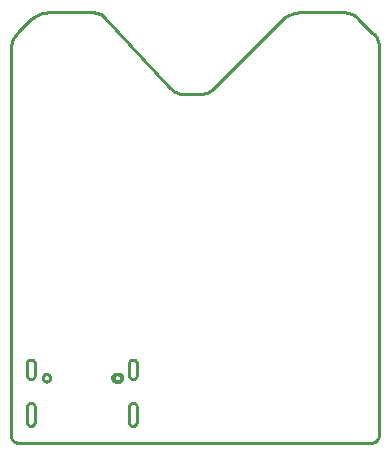
<source format=gbr>
G04 EAGLE Gerber RS-274X export*
G75*
%MOMM*%
%FSLAX34Y34*%
%LPD*%
%IN*%
%IPPOS*%
%AMOC8*
5,1,8,0,0,1.08239X$1,22.5*%
G01*
%ADD10C,0.254000*%


D10*
X820Y5842D02*
X820Y5842D01*
X873Y5304D01*
X974Y4773D01*
X1120Y4253D01*
X1311Y3747D01*
X1545Y3260D01*
X1821Y2795D01*
X2136Y2356D01*
X2488Y1946D01*
X2875Y1569D01*
X3293Y1226D01*
X3740Y921D01*
X4211Y657D01*
X4703Y434D01*
X5213Y255D01*
X5737Y122D01*
X6271Y34D01*
X6810Y-6D01*
X7350Y0D01*
X256200Y0D01*
X306753Y24D01*
X306753Y24D01*
X307300Y98D01*
X307838Y220D01*
X308364Y388D01*
X308873Y602D01*
X309361Y859D01*
X309825Y1157D01*
X310261Y1495D01*
X310667Y1869D01*
X311038Y2278D01*
X311372Y2717D01*
X311666Y3184D01*
X311919Y3674D01*
X312128Y4185D01*
X312292Y4712D01*
X312409Y5251D01*
X312478Y5799D01*
X312500Y6350D01*
X312500Y336000D01*
X312337Y337425D01*
X312050Y338830D01*
X311641Y340205D01*
X311115Y341539D01*
X310474Y342822D01*
X309724Y344044D01*
X308870Y345197D01*
X307919Y346270D01*
X306878Y347256D01*
X295019Y359115D01*
X293872Y360166D01*
X292638Y361113D01*
X291327Y361949D01*
X289947Y362667D01*
X288510Y363262D01*
X287027Y363730D01*
X285508Y364066D01*
X283966Y364269D01*
X282412Y364337D01*
X244919Y364337D01*
X244919Y364337D01*
X242793Y364059D01*
X240700Y363596D01*
X238656Y362952D01*
X236675Y362133D01*
X234773Y361144D01*
X232964Y359993D01*
X231263Y358689D01*
X229682Y357242D01*
X228233Y355662D01*
X173864Y301234D01*
X173864Y301234D01*
X172596Y300004D01*
X171226Y298889D01*
X169764Y297898D01*
X168221Y297039D01*
X166609Y296317D01*
X164940Y295738D01*
X163227Y295307D01*
X161484Y295027D01*
X159722Y294900D01*
X146791Y294900D01*
X146791Y294900D01*
X145270Y295115D01*
X143774Y295461D01*
X142313Y295937D01*
X140900Y296538D01*
X139544Y297260D01*
X138257Y298097D01*
X137047Y299043D01*
X135925Y300092D01*
X134898Y301234D01*
X79938Y360718D01*
X79008Y361480D01*
X78015Y362159D01*
X76967Y362748D01*
X75872Y363244D01*
X74737Y363643D01*
X73572Y363941D01*
X72386Y364136D01*
X71187Y364228D01*
X69984Y364214D01*
X32140Y364211D01*
X32140Y364210D01*
X30396Y364134D01*
X28667Y363907D01*
X26963Y363529D01*
X25299Y363004D01*
X23687Y362337D01*
X22140Y361531D01*
X20668Y360594D01*
X19284Y359531D01*
X17997Y358353D01*
X6957Y347312D01*
X6957Y347312D01*
X5748Y346037D01*
X4655Y344661D01*
X3687Y343195D01*
X2849Y341650D01*
X2150Y340038D01*
X1593Y338371D01*
X1184Y336662D01*
X926Y334924D01*
X820Y333170D01*
X820Y5842D01*
X86560Y54864D02*
X86572Y54589D01*
X86608Y54317D01*
X86667Y54049D01*
X86750Y53787D01*
X86855Y53533D01*
X86982Y53289D01*
X87130Y53057D01*
X87297Y52839D01*
X87483Y52637D01*
X87685Y52451D01*
X87903Y52284D01*
X88135Y52136D01*
X88379Y52009D01*
X88633Y51904D01*
X88895Y51821D01*
X89163Y51762D01*
X89435Y51726D01*
X89710Y51714D01*
X92210Y51714D01*
X92485Y51726D01*
X92757Y51762D01*
X93025Y51821D01*
X93287Y51904D01*
X93541Y52009D01*
X93785Y52136D01*
X94017Y52284D01*
X94235Y52451D01*
X94437Y52637D01*
X94623Y52839D01*
X94790Y53057D01*
X94938Y53289D01*
X95065Y53533D01*
X95170Y53787D01*
X95253Y54049D01*
X95312Y54317D01*
X95348Y54589D01*
X95360Y54864D01*
X95348Y55139D01*
X95312Y55411D01*
X95253Y55679D01*
X95170Y55941D01*
X95065Y56195D01*
X94938Y56439D01*
X94790Y56671D01*
X94623Y56889D01*
X94437Y57091D01*
X94235Y57277D01*
X94017Y57444D01*
X93785Y57592D01*
X93541Y57719D01*
X93287Y57824D01*
X93025Y57907D01*
X92757Y57966D01*
X92485Y58002D01*
X92210Y58014D01*
X89710Y58014D01*
X89435Y58002D01*
X89163Y57966D01*
X88895Y57907D01*
X88633Y57824D01*
X88379Y57719D01*
X88135Y57592D01*
X87903Y57444D01*
X87685Y57277D01*
X87483Y57091D01*
X87297Y56889D01*
X87130Y56671D01*
X86982Y56439D01*
X86855Y56195D01*
X86750Y55941D01*
X86667Y55679D01*
X86608Y55411D01*
X86572Y55139D01*
X86560Y54864D01*
X100910Y57114D02*
X100922Y56831D01*
X100959Y56550D01*
X101021Y56273D01*
X101106Y56002D01*
X101215Y55741D01*
X101345Y55489D01*
X101498Y55250D01*
X101670Y55025D01*
X101862Y54816D01*
X102071Y54624D01*
X102296Y54452D01*
X102535Y54299D01*
X102787Y54169D01*
X103048Y54060D01*
X103319Y53975D01*
X103596Y53913D01*
X103877Y53876D01*
X104160Y53864D01*
X104443Y53876D01*
X104724Y53913D01*
X105001Y53975D01*
X105272Y54060D01*
X105534Y54169D01*
X105785Y54299D01*
X106024Y54452D01*
X106249Y54624D01*
X106458Y54816D01*
X106650Y55025D01*
X106822Y55250D01*
X106975Y55489D01*
X107106Y55741D01*
X107214Y56002D01*
X107299Y56273D01*
X107361Y56550D01*
X107398Y56831D01*
X107410Y57114D01*
X107410Y67114D01*
X107398Y67397D01*
X107361Y67678D01*
X107299Y67955D01*
X107214Y68226D01*
X107106Y68488D01*
X106975Y68739D01*
X106822Y68978D01*
X106650Y69203D01*
X106458Y69412D01*
X106249Y69604D01*
X106024Y69776D01*
X105785Y69929D01*
X105534Y70060D01*
X105272Y70168D01*
X105001Y70253D01*
X104724Y70315D01*
X104443Y70352D01*
X104160Y70364D01*
X103877Y70352D01*
X103596Y70315D01*
X103319Y70253D01*
X103048Y70168D01*
X102787Y70060D01*
X102535Y69929D01*
X102296Y69776D01*
X102071Y69604D01*
X101862Y69412D01*
X101670Y69203D01*
X101498Y68978D01*
X101345Y68739D01*
X101215Y68488D01*
X101106Y68226D01*
X101021Y67955D01*
X100959Y67678D01*
X100922Y67397D01*
X100910Y67114D01*
X100910Y57114D01*
X14510Y17364D02*
X14522Y17081D01*
X14559Y16800D01*
X14621Y16523D01*
X14706Y16252D01*
X14815Y15991D01*
X14945Y15739D01*
X15098Y15500D01*
X15270Y15275D01*
X15462Y15066D01*
X15671Y14874D01*
X15896Y14702D01*
X16135Y14549D01*
X16387Y14419D01*
X16648Y14310D01*
X16919Y14225D01*
X17196Y14163D01*
X17477Y14126D01*
X17760Y14114D01*
X18043Y14126D01*
X18324Y14163D01*
X18601Y14225D01*
X18872Y14310D01*
X19134Y14419D01*
X19385Y14549D01*
X19624Y14702D01*
X19849Y14874D01*
X20058Y15066D01*
X20250Y15275D01*
X20422Y15500D01*
X20575Y15739D01*
X20706Y15991D01*
X20814Y16252D01*
X20899Y16523D01*
X20961Y16800D01*
X20998Y17081D01*
X21010Y17364D01*
X21010Y30364D01*
X20998Y30647D01*
X20961Y30928D01*
X20899Y31205D01*
X20814Y31476D01*
X20706Y31738D01*
X20575Y31989D01*
X20422Y32228D01*
X20250Y32453D01*
X20058Y32662D01*
X19849Y32854D01*
X19624Y33026D01*
X19385Y33179D01*
X19134Y33310D01*
X18872Y33418D01*
X18601Y33503D01*
X18324Y33565D01*
X18043Y33602D01*
X17760Y33614D01*
X17477Y33602D01*
X17196Y33565D01*
X16919Y33503D01*
X16648Y33418D01*
X16387Y33310D01*
X16135Y33179D01*
X15896Y33026D01*
X15671Y32854D01*
X15462Y32662D01*
X15270Y32453D01*
X15098Y32228D01*
X14945Y31989D01*
X14815Y31738D01*
X14706Y31476D01*
X14621Y31205D01*
X14559Y30928D01*
X14522Y30647D01*
X14510Y30364D01*
X14510Y17364D01*
X100910Y17364D02*
X100922Y17081D01*
X100959Y16800D01*
X101021Y16523D01*
X101106Y16252D01*
X101215Y15991D01*
X101345Y15739D01*
X101498Y15500D01*
X101670Y15275D01*
X101862Y15066D01*
X102071Y14874D01*
X102296Y14702D01*
X102535Y14549D01*
X102787Y14419D01*
X103048Y14310D01*
X103319Y14225D01*
X103596Y14163D01*
X103877Y14126D01*
X104160Y14114D01*
X104443Y14126D01*
X104724Y14163D01*
X105001Y14225D01*
X105272Y14310D01*
X105534Y14419D01*
X105785Y14549D01*
X106024Y14702D01*
X106249Y14874D01*
X106458Y15066D01*
X106650Y15275D01*
X106822Y15500D01*
X106975Y15739D01*
X107106Y15991D01*
X107214Y16252D01*
X107299Y16523D01*
X107361Y16800D01*
X107398Y17081D01*
X107410Y17364D01*
X107410Y30364D01*
X107398Y30647D01*
X107361Y30928D01*
X107299Y31205D01*
X107214Y31476D01*
X107106Y31738D01*
X106975Y31989D01*
X106822Y32228D01*
X106650Y32453D01*
X106458Y32662D01*
X106249Y32854D01*
X106024Y33026D01*
X105785Y33179D01*
X105534Y33310D01*
X105272Y33418D01*
X105001Y33503D01*
X104724Y33565D01*
X104443Y33602D01*
X104160Y33614D01*
X103877Y33602D01*
X103596Y33565D01*
X103319Y33503D01*
X103048Y33418D01*
X102787Y33310D01*
X102535Y33179D01*
X102296Y33026D01*
X102071Y32854D01*
X101862Y32662D01*
X101670Y32453D01*
X101498Y32228D01*
X101345Y31989D01*
X101215Y31738D01*
X101106Y31476D01*
X101021Y31205D01*
X100959Y30928D01*
X100922Y30647D01*
X100910Y30364D01*
X100910Y17364D01*
X14510Y57114D02*
X14522Y56831D01*
X14559Y56550D01*
X14621Y56273D01*
X14706Y56002D01*
X14815Y55741D01*
X14945Y55489D01*
X15098Y55250D01*
X15270Y55025D01*
X15462Y54816D01*
X15671Y54624D01*
X15896Y54452D01*
X16135Y54299D01*
X16387Y54169D01*
X16648Y54060D01*
X16919Y53975D01*
X17196Y53913D01*
X17477Y53876D01*
X17760Y53864D01*
X18043Y53876D01*
X18324Y53913D01*
X18601Y53975D01*
X18872Y54060D01*
X19134Y54169D01*
X19385Y54299D01*
X19624Y54452D01*
X19849Y54624D01*
X20058Y54816D01*
X20250Y55025D01*
X20422Y55250D01*
X20575Y55489D01*
X20706Y55741D01*
X20814Y56002D01*
X20899Y56273D01*
X20961Y56550D01*
X20998Y56831D01*
X21010Y57114D01*
X21010Y67114D01*
X20998Y67397D01*
X20961Y67678D01*
X20899Y67955D01*
X20814Y68226D01*
X20706Y68488D01*
X20575Y68739D01*
X20422Y68978D01*
X20250Y69203D01*
X20058Y69412D01*
X19849Y69604D01*
X19624Y69776D01*
X19385Y69929D01*
X19134Y70060D01*
X18872Y70168D01*
X18601Y70253D01*
X18324Y70315D01*
X18043Y70352D01*
X17760Y70364D01*
X17477Y70352D01*
X17196Y70315D01*
X16919Y70253D01*
X16648Y70168D01*
X16387Y70060D01*
X16135Y69929D01*
X15896Y69776D01*
X15671Y69604D01*
X15462Y69412D01*
X15270Y69203D01*
X15098Y68978D01*
X14945Y68739D01*
X14815Y68488D01*
X14706Y68226D01*
X14621Y67955D01*
X14559Y67678D01*
X14522Y67397D01*
X14510Y67114D01*
X14510Y57114D01*
X93960Y54628D02*
X93886Y54162D01*
X93740Y53712D01*
X93526Y53292D01*
X93248Y52910D01*
X92914Y52576D01*
X92532Y52298D01*
X92112Y52084D01*
X91663Y51938D01*
X91196Y51864D01*
X90724Y51864D01*
X90258Y51938D01*
X89808Y52084D01*
X89388Y52298D01*
X89006Y52576D01*
X88672Y52910D01*
X88394Y53292D01*
X88180Y53712D01*
X88034Y54162D01*
X87960Y54628D01*
X87960Y55100D01*
X88034Y55567D01*
X88180Y56016D01*
X88394Y56436D01*
X88672Y56818D01*
X89006Y57152D01*
X89388Y57430D01*
X89808Y57644D01*
X90258Y57790D01*
X90724Y57864D01*
X91196Y57864D01*
X91663Y57790D01*
X92112Y57644D01*
X92532Y57430D01*
X92914Y57152D01*
X93248Y56818D01*
X93526Y56436D01*
X93740Y56016D01*
X93886Y55567D01*
X93960Y55100D01*
X93960Y54628D01*
X94110Y54616D02*
X94032Y54126D01*
X93879Y53655D01*
X93654Y53213D01*
X93363Y52812D01*
X93012Y52461D01*
X92611Y52170D01*
X92169Y51945D01*
X91698Y51792D01*
X91208Y51714D01*
X90712Y51714D01*
X90222Y51792D01*
X89751Y51945D01*
X89309Y52170D01*
X88908Y52461D01*
X88557Y52812D01*
X88266Y53213D01*
X88041Y53655D01*
X87888Y54126D01*
X87810Y54616D01*
X87810Y55112D01*
X87888Y55602D01*
X88041Y56073D01*
X88266Y56515D01*
X88557Y56916D01*
X88908Y57267D01*
X89309Y57558D01*
X89751Y57783D01*
X90222Y57936D01*
X90712Y58014D01*
X91208Y58014D01*
X91698Y57936D01*
X92169Y57783D01*
X92611Y57558D01*
X93012Y57267D01*
X93363Y56916D01*
X93654Y56515D01*
X93879Y56073D01*
X94032Y55602D01*
X94110Y55112D01*
X94110Y54616D01*
X34110Y54616D02*
X34032Y54126D01*
X33879Y53655D01*
X33654Y53213D01*
X33363Y52812D01*
X33012Y52461D01*
X32611Y52170D01*
X32169Y51945D01*
X31698Y51792D01*
X31208Y51714D01*
X30712Y51714D01*
X30222Y51792D01*
X29751Y51945D01*
X29309Y52170D01*
X28908Y52461D01*
X28557Y52812D01*
X28266Y53213D01*
X28041Y53655D01*
X27888Y54126D01*
X27810Y54616D01*
X27810Y55112D01*
X27888Y55602D01*
X28041Y56073D01*
X28266Y56515D01*
X28557Y56916D01*
X28908Y57267D01*
X29309Y57558D01*
X29751Y57783D01*
X30222Y57936D01*
X30712Y58014D01*
X31208Y58014D01*
X31698Y57936D01*
X32169Y57783D01*
X32611Y57558D01*
X33012Y57267D01*
X33363Y56916D01*
X33654Y56515D01*
X33879Y56073D01*
X34032Y55602D01*
X34110Y55112D01*
X34110Y54616D01*
M02*

</source>
